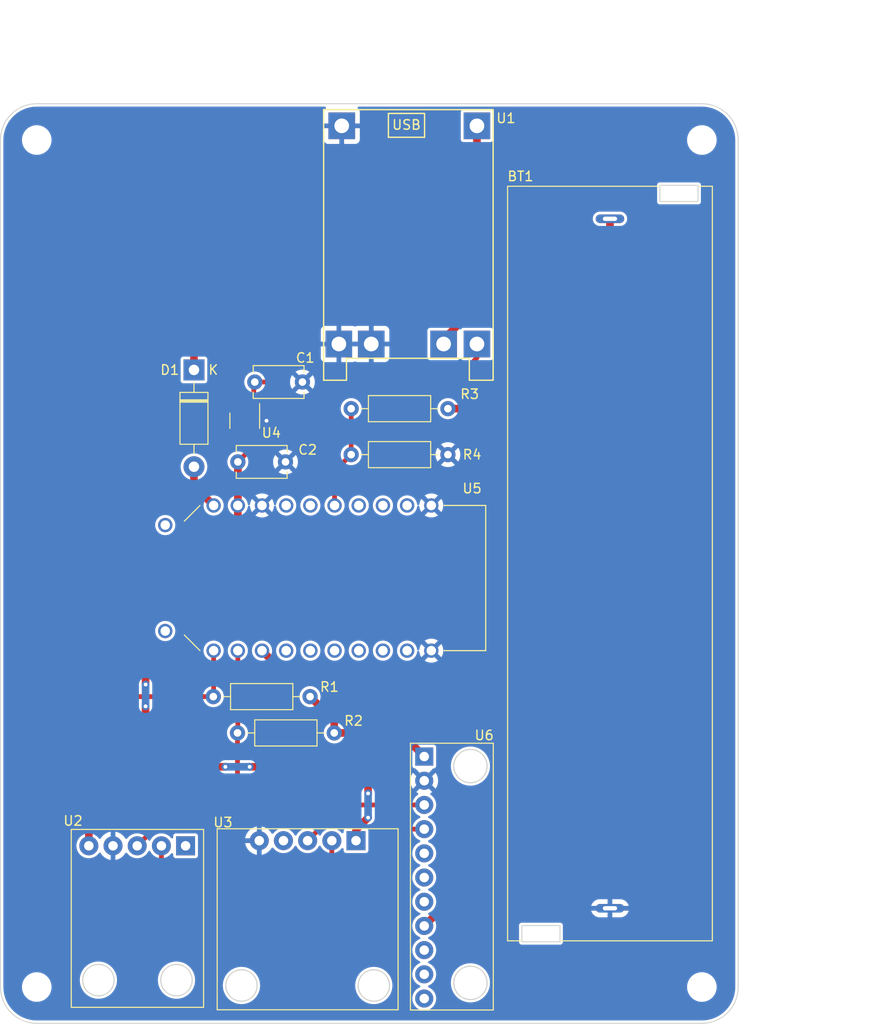
<source format=kicad_pcb>
(kicad_pcb (version 20211014) (generator pcbnew)
  (layers (0 "F.Cu" signal) (31 "B.Cu" power) (34 "B.Paste" user) (35 "F.Paste" user) (36 "B.SilkS" user "B.Silkscreen") (37 "F.SilkS" user "F.Silkscreen") (38 "B.Mask" user) (39 "F.Mask" user) (44 "Edge.Cuts" user))
  (net 0 "")
  (net 1 "VCC")
  (net 2 "GND")
  (net 3 "+3V0")
  (net 4 "Net-(D1-Pad1)")
  (net 5 "VBUS")
  (net 6 "/VBAT")
  (net 7 "/SDA")
  (net 8 "/SCL")
  (net 9 "Net-(R3-Pad2)")
  (net 15 "/INT1")
  (footprint "custom:MODULE_NRF52840-DONGLE" (layer "F.Cu") (at 111.76 99.314 180)
    (fp_text reference "U5" (at -21.59 9.398 180) (layer "F.SilkS"))
    (fp_text value "NRF52840-DONGLE")
    (fp_line (start -23.02 7.62) (end -18.65 7.62) (layer "F.SilkS") (width 0.127))
    (fp_line (start 6.985 7.62) (end 8.636 5.969) (layer "F.SilkS") (width 0.12))
    (fp_line (start -18.65 -7.62) (end -23.02 -7.62) (layer "F.SilkS") (width 0.127))
    (fp_line (start 6.985 -7.62) (end 8.636 -5.969) (layer "F.SilkS") (width 0.12))
    (fp_line (start -23.02 -7.62) (end -23.02 7.62) (layer "F.SilkS") (width 0.127))
    (pad "0.02" thru_hole circle (at -7.145 7.62 180) (size 1.508 1.508) (drill 1) (layers *.Cu *.Mask) (net 9 "Net-(R3-Pad2)"))
    (pad "0.09" thru_hole circle (at -12.225 -7.62 180) (size 1.508 1.508) (drill 1) (layers *.Cu *.Mask))
    (pad "0.10" thru_hole circle (at -14.765 -7.62 180) (size 1.508 1.508) (drill 1) (layers *.Cu *.Mask))
    (pad "0.13" thru_hole circle (at 5.555 -7.62 180) (size 1.508 1.508) (drill 1) (layers *.Cu *.Mask) (net 7 "/SDA"))
    (pad "0.15" thru_hole circle (at 3.015 -7.62 180) (size 1.508 1.508) (drill 1) (layers *.Cu *.Mask) (net 8 "/SCL"))
    (pad "0.17" thru_hole circle (at 0.475 -7.62 180) (size 1.508 1.508) (drill 1) (layers *.Cu *.Mask) (net 15 "/INT1"))
    (pad "0.20" thru_hole circle (at -2.065 -7.62 180) (size 1.508 1.508) (drill 1) (layers *.Cu *.Mask))
    (pad "0.22" thru_hole circle (at -4.605 -7.62 180) (size 1.508 1.508) (drill 1) (layers *.Cu *.Mask))
    (pad "0.24" thru_hole circle (at -7.145 -7.62 180) (size 1.508 1.508) (drill 1) (layers *.Cu *.Mask))
    (pad "0.29" thru_hole circle (at -4.605 7.62 180) (size 1.508 1.508) (drill 1) (layers *.Cu *.Mask))
    (pad "0.31" thru_hole circle (at -2.065 7.62 180) (size 1.508 1.508) (drill 1) (layers *.Cu *.Mask))
    (pad "1.00" thru_hole circle (at -9.685 -7.62 180) (size 1.508 1.508) (drill 1) (layers *.Cu *.Mask))
    (pad "1.10" thru_hole circle (at -14.765 7.62 180) (size 1.508 1.508) (drill 1) (layers *.Cu *.Mask))
    (pad "1.13" thru_hole circle (at -12.225 7.62 180) (size 1.508 1.508) (drill 1) (layers *.Cu *.Mask))
    (pad "1.15" thru_hole circle (at -9.685 7.62 180) (size 1.508 1.508) (drill 1) (layers *.Cu *.Mask))
    (pad "G1" thru_hole circle (at -17.305 -7.62 180) (size 1.508 1.508) (drill 1) (layers *.Cu *.Mask) (net 2 "GND"))
    (pad "G2" thru_hole circle (at -17.305 7.62 180) (size 1.508 1.508) (drill 1) (layers *.Cu *.Mask) (net 2 "GND"))
    (pad "G3" thru_hole circle (at 0.475 7.62 180) (size 1.508 1.508) (drill 1) (layers *.Cu *.Mask) (net 2 "GND"))
    (pad "OUT" thru_hole circle (at 3.015 7.62 180) (size 1.508 1.508) (drill 1) (layers *.Cu *.Mask) (net 3 "+3V0"))
    (pad "SWDCLK" thru_hole circle (at 10.635 5.56 180) (size 1.508 1.508) (drill 1) (layers *.Cu *.Mask))
    (pad "SWDIO" thru_hole circle (at 10.635 -5.56 180) (size 1.508 1.508) (drill 1) (layers *.Cu *.Mask))
    (pad "VBUS" thru_hole circle (at 5.555 7.62 180) (size 1.508 1.508) (drill 1) (layers *.Cu *.Mask) (net 5 "VBUS"))
  )
  (footprint "custom:TP4056-18650" (layer "F.Cu") (at 135.5585 50.1495 -90)
    (fp_text reference "U1" (at 0.9045 -1.3475 180) (layer "F.SilkS"))
    (fp_text value "TP4056")
    (fp_text user "USB" (at 1.6 9.1) (layer "F.SilkS"))
    (fp_line (start 28.4 15.4) (end 28.4 15.7) (layer "F.SilkS") (width 0.15))
    (fp_line (start 26.1 2.5) (end 26.1 15.4) (layer "F.SilkS") (width 0.15))
    (fp_line (start 2.9 11) (end 0.4 11) (layer "F.SilkS") (width 0.15))
    (fp_line (start 0.4 7.2) (end 2.9 7.2) (layer "F.SilkS") (width 0.15))
    (fp_line (start 28.4 17.8) (end 0 17.8) (layer "F.SilkS") (width 0.15))
    (fp_line (start 26.3 0) (end 28.4 0) (layer "F.SilkS") (width 0.15))
    (fp_line (start 0 0) (end 26.3 0) (layer "F.SilkS") (width 0.15))
    (fp_line (start 28.4 0) (end 28.4 2.5) (layer "F.SilkS") (width 0.15))
    (fp_line (start 28.4 2.5) (end 26.1 2.5) (layer "F.SilkS") (width 0.15))
    (fp_line (start 28.4 15.7) (end 28.4 17.8) (layer "F.SilkS") (width 0.15))
    (fp_line (start 2.9 7.2) (end 2.9 11) (layer "F.SilkS") (width 0.15))
    (fp_line (start 26.1 15.4) (end 26.4 15.4) (layer "F.SilkS") (width 0.15))
    (fp_line (start 0 17.8) (end 0 0) (layer "F.SilkS") (width 0.15))
    (fp_line (start 26.3 15.4) (end 28.4 15.4) (layer "F.SilkS") (width 0.15))
    (fp_line (start 0.4 11) (end 0.4 7.3) (layer "F.SilkS") (width 0.15))
    (pad "1" thru_hole rect (at 1.7 1.7 270) (size 2.8 2.8) (drill 1.54) (layers *.Cu *.Mask) (net 4 "Net-(D1-Pad1)"))
    (pad "2" thru_hole rect (at 1.7 15.9 270) (size 2.8 2.8) (drill 1.54) (layers *.Cu *.Mask) (net 2 "GND"))
    (pad "3" thru_hole rect (at 24.6 1.7 270) (size 2.8 2.8) (drill 1.54) (layers *.Cu *.Mask) (net 1 "VCC"))
    (pad "4" thru_hole rect (at 24.6 5.2 270) (size 2.8 2.8) (drill 1.54) (layers *.Cu *.Mask) (net 6 "/VBAT"))
    (pad "5" thru_hole rect (at 24.6 12.8 270) (size 2.8 2.8) (drill 1.54) (layers *.Cu *.Mask) (net 2 "GND"))
    (pad "6" thru_hole rect (at 24.6 16.2 270) (size 2.8 2.8) (drill 1.54) (layers *.Cu *.Mask) (net 2 "GND"))
  )
  (footprint "Resistor_THT:R_Axial_DIN0207_L6.3mm_D2.5mm_P10.16mm_Horizontal" (layer "F.Cu") (at 130.81 81.534 180)
    (fp_text reference "R3" (at -2.286 1.524 180) (layer "F.SilkS"))
    (fp_text value "100k")
    (fp_line (start 8.35 1.37) (end 8.35 -1.37) (layer "F.SilkS") (width 0.12))
    (fp_line (start 9.12 0) (end 8.35 0) (layer "F.SilkS") (width 0.12))
    (fp_line (start 1.81 1.37) (end 8.35 1.37) (layer "F.SilkS") (width 0.12))
    (fp_line (start 8.35 -1.37) (end 1.81 -1.37) (layer "F.SilkS") (width 0.12))
    (fp_line (start 1.81 -1.37) (end 1.81 1.37) (layer "F.SilkS") (width 0.12))
    (fp_line (start 1.04 0) (end 1.81 0) (layer "F.SilkS") (width 0.12))
    (pad "1" thru_hole circle (at 0 0 180) (size 1.6 1.6) (drill 0.8) (layers *.Cu *.Mask) (net 6 "/VBAT"))
    (pad "2" thru_hole oval (at 10.16 0 180) (size 1.6 1.6) (drill 0.8) (layers *.Cu *.Mask) (net 9 "Net-(R3-Pad2)"))
  )
  (footprint "Resistor_THT:R_Axial_DIN0207_L6.3mm_D2.5mm_P10.16mm_Horizontal" (layer "F.Cu") (at 108.712 115.57)
    (fp_text reference "R2" (at 12.192 -1.27) (layer "F.SilkS"))
    (fp_text value "4.7k")
    (fp_line (start 8.35 1.37) (end 8.35 -1.37) (layer "F.SilkS") (width 0.12))
    (fp_line (start 1.81 -1.37) (end 1.81 1.37) (layer "F.SilkS") (width 0.12))
    (fp_line (start 1.81 1.37) (end 8.35 1.37) (layer "F.SilkS") (width 0.12))
    (fp_line (start 9.12 0) (end 8.35 0) (layer "F.SilkS") (width 0.12))
    (fp_line (start 8.35 -1.37) (end 1.81 -1.37) (layer "F.SilkS") (width 0.12))
    (fp_line (start 1.04 0) (end 1.81 0) (layer "F.SilkS") (width 0.12))
    (pad "1" thru_hole circle (at 0 0) (size 1.6 1.6) (drill 0.8) (layers *.Cu *.Mask) (net 8 "/SCL"))
    (pad "2" thru_hole oval (at 10.16 0) (size 1.6 1.6) (drill 0.8) (layers *.Cu *.Mask) (net 3 "+3V0"))
  )
  (footprint "custom:BH1750" (layer "F.Cu") (at 105.153 144.3675 180)
    (fp_text reference "U2" (at 13.713 19.569 unlocked) (layer "F.SilkS"))
    (fp_text value "BH1750")
    (fp_line (start 0 0) (end 0 18.669) (layer "F.SilkS") (width 0.12))
    (fp_line (start 13.9 0) (end 13.9 18.669) (layer "F.SilkS") (width 0.12))
    (fp_line (start 0 0) (end 13.9 0) (layer "F.SilkS") (width 0.12))
    (fp_line (start 0 18.669) (end 13.9 18.669) (layer "F.SilkS") (width 0.12))
    (fp_circle (center 11.05 2.85) (end 12.7 2.85) (layer "Edge.Cuts") (width 0.12) (fill none))
    (fp_circle (center 2.85 2.85) (end 4.5 2.85) (layer "Edge.Cuts") (width 0.12) (fill none))
    (pad "1" thru_hole rect (at 1.893 16.95 270) (size 2 2) (drill 1) (layers *.Cu *.Mask))
    (pad "2" thru_hole oval (at 4.433 16.95 270) (size 2 2) (drill 1) (layers *.Cu *.Mask) (net 7 "/SDA"))
    (pad "3" thru_hole oval (at 6.973 16.95 270) (size 2 2) (drill 1) (layers *.Cu *.Mask) (net 8 "/SCL"))
    (pad "4" thru_hole oval (at 9.513 16.95 270) (size 2 2) (drill 1) (layers *.Cu *.Mask) (net 2 "GND"))
    (pad "5" thru_hole oval (at 12.053 16.95 270) (size 2 2) (drill 1) (layers *.Cu *.Mask) (net 3 "+3V0"))
  )
  (footprint "MountingHole:MountingHole_2.5mm" (layer "F.Cu") (at 157.48 53.34)
    (fp_text reference "H2" hide)
    (fp_text value "MountingHole" hide)
    (pad "" np_thru_hole circle (at 0 0) (size 2.5 2.5) (drill 2.5) (layers *.Cu *.Mask))
  )
  (footprint "MountingHole:MountingHole_2.5mm" (layer "F.Cu") (at 87.63 142.24)
    (fp_text reference "H4" hide)
    (fp_text value "MountingHole" hide)
    (pad "" np_thru_hole circle (at 0 0) (size 2.5 2.5) (drill 2.5) (layers *.Cu *.Mask))
  )
  (footprint "Resistor_THT:R_Axial_DIN0207_L6.3mm_D2.5mm_P10.16mm_Horizontal" (layer "F.Cu") (at 130.81 86.36 180)
    (fp_text reference "R4" (at -2.54 0 180) (layer "F.SilkS"))
    (fp_text value "100k")
    (fp_line (start 9.12 0) (end 8.35 0) (layer "F.SilkS") (width 0.12))
    (fp_line (start 1.04 0) (end 1.81 0) (layer "F.SilkS") (width 0.12))
    (fp_line (start 8.35 -1.37) (end 1.81 -1.37) (layer "F.SilkS") (width 0.12))
    (fp_line (start 8.35 1.37) (end 8.35 -1.37) (layer "F.SilkS") (width 0.12))
    (fp_line (start 1.81 1.37) (end 8.35 1.37) (layer "F.SilkS") (width 0.12))
    (fp_line (start 1.81 -1.37) (end 1.81 1.37) (layer "F.SilkS") (width 0.12))
    (pad "1" thru_hole circle (at 0 0 180) (size 1.6 1.6) (drill 0.8) (layers *.Cu *.Mask) (net 2 "GND"))
    (pad "2" thru_hole oval (at 10.16 0 180) (size 1.6 1.6) (drill 0.8) (layers *.Cu *.Mask) (net 9 "Net-(R3-Pad2)"))
  )
  (footprint "Package_TO_SOT_SMD:SOT-23-5" (layer "F.Cu") (at 109.474 82.804 -90)
    (fp_text reference "U4" (at 1.27 -2.794 -180) (layer "F.SilkS"))
    (fp_text value "BU30TD3WG")
    (fp_line (start 0 -1.56) (end -1.8 -1.56) (layer "F.SilkS") (width 0.12))
    (fp_line (start 0 1.56) (end -0.8 1.56) (layer "F.SilkS") (width 0.12))
    (fp_line (start 0 -1.56) (end 0.8 -1.56) (layer "F.SilkS") (width 0.12))
    (fp_line (start 0 1.56) (end 0.8 1.56) (layer "F.SilkS") (width 0.12))
    (pad "1" smd roundrect (at -1.1375 -0.95 270) (size 1.325 0.6) (layers "F.Cu" "F.Paste" "F.Mask") (net 1 "VCC"))
    (pad "2" smd roundrect (at -1.1375 0 270) (size 1.325 0.6) (layers "F.Cu" "F.Paste" "F.Mask") (net 2 "GND"))
    (pad "3" smd roundrect (at -1.1375 0.95 270) (size 1.325 0.6) (layers "F.Cu" "F.Paste" "F.Mask") (net 1 "VCC"))
    (pad "4" smd roundrect (at 1.1375 0.95 270) (size 1.325 0.6) (layers "F.Cu" "F.Paste" "F.Mask"))
    (pad "5" smd roundrect (at 1.1375 -0.95 270) (size 1.325 0.6) (layers "F.Cu" "F.Paste" "F.Mask") (net 3 "+3V0"))
  )
  (footprint "custom:BME688" (layer "F.Cu") (at 116.078 135.128 180)
    (fp_text reference "U3" (at 8.89 10.16 unlocked) (layer "F.SilkS"))
    (fp_text value "BME688")
    (fp_line (start -9.5 -9.5) (end -9.5 9.5) (layer "F.SilkS") (width 0.12))
    (fp_line (start -9.5 9.5) (end 9.5 9.5) (layer "F.SilkS") (width 0.12))
    (fp_line (start -9.5 -9.5) (end 9.5 -9.5) (layer "F.SilkS") (width 0.12))
    (fp_line (start 9.5 -9.5) (end 9.5 9.5) (layer "F.SilkS") (width 0.12))
    (fp_circle (center 6.95 -6.95) (end 8.6 -6.95) (layer "Edge.Cuts") (width 0.12) (fill none))
    (fp_circle (center -6.95 -6.95) (end -5.3 -6.95) (layer "Edge.Cuts") (width 0.12) (fill none))
    (pad "1" thru_hole rect (at -5.08 8.25 270) (size 2 2) (drill 1) (layers *.Cu *.Mask) (net 3 "+3V0"))
    (pad "2" thru_hole oval (at -2.54 8.25 270) (size 2 2) (drill 1) (layers *.Cu *.Mask) (net 7 "/SDA"))
    (pad "3" thru_hole oval (at 0 8.25 270) (size 2 2) (drill 1) (layers *.Cu *.Mask) (net 8 "/SCL"))
    (pad "4" thru_hole oval (at 2.54 8.25 270) (size 2 2) (drill 1) (layers *.Cu *.Mask))
    (pad "5" thru_hole oval (at 5.08 8.25 270) (size 2 2) (drill 1) (layers *.Cu *.Mask) (net 2 "GND"))
  )
  (footprint "custom:KLS5-18650-005" (layer "F.Cu") (at 147.828 97.79 -90)
    (fp_text reference "BT1" (at -40.64 9.398 unlocked) (layer "F.SilkS"))
    (fp_text value "3.7V Li-ion")
    (fp_line (start -39.6 -10.75) (end 39.6 -10.75) (layer "F.SilkS") (width 0.12))
    (fp_line (start -39.6 10.75) (end 39.6 10.75) (layer "F.SilkS") (width 0.12))
    (fp_line (start 39.6 -10.75) (end 39.6 5.08) (layer "F.SilkS") (width 0.12))
    (fp_line (start -39.5986 -5.0546) (end -39.6 10.75) (layer "F.SilkS") (width 0.12))
    (fp_line (start -39.6 -10.75) (end -39.5986 -9.4234) (layer "F.SilkS") (width 0.12))
    (fp_line (start 39.6 9.398) (end 39.6 10.75) (layer "F.SilkS") (width 0.12))
    (fp_rect (start 39.7 9.25) (end 38 5.25) (layer "Edge.Cuts") (width 0.1) (fill none))
    (fp_rect (start -39.7 -9.25) (end -38 -5.25) (layer "Edge.Cuts") (width 0.1) (fill none))
    (pad "1" thru_hole oval (at -36.185 0 270) (size 0.9 3) (drill oval 0.45 1.5) (layers *.Cu *.Mask) (net 6 "/VBAT"))
    (pad "2" thru_hole oval (at 36.185 0 270) (size 0.9 3) (drill oval 0.45 1.5) (layers *.Cu *.Mask) (net 2 "GND"))
  )
  (footprint "Diode_THT:D_DO-41_SOD81_P10.16mm_Horizontal" (layer "F.Cu") (at 104.14 77.47 -90)
    (fp_text reference "D1" (at 0 2.54 180) (layer "F.SilkS"))
    (fp_text value "1N5817")
    (fp_text user "K" (at 0 -2.032 180) (layer "F.SilkS"))
    (fp_line (start 1.34 0) (end 2.36 0) (layer "F.SilkS") (width 0.12))
    (fp_line (start 7.8 1.47) (end 7.8 -1.47) (layer "F.SilkS") (width 0.12))
    (fp_line (start 3.14 -1.47) (end 3.14 1.47) (layer "F.SilkS") (width 0.12))
    (fp_line (start 2.36 -1.47) (end 2.36 1.47) (layer "F.SilkS") (width 0.12))
    (fp_line (start 3.38 -1.47) (end 3.38 1.47) (layer "F.SilkS") (width 0.12))
    (fp_line (start 3.26 -1.47) (end 3.26 1.47) (layer "F.SilkS") (width 0.12))
    (fp_line (start 2.36 1.47) (end 7.8 1.47) (layer "F.SilkS") (width 0.12))
    (fp_line (start 8.82 0) (end 7.8 0) (layer "F.SilkS") (width 0.12))
    (fp_line (start 7.8 -1.47) (end 2.36 -1.47) (layer "F.SilkS") (width 0.12))
    (pad "1" thru_hole rect (at 0 0 270) (size 2.2 2.2) (drill 1.1) (layers *.Cu *.Mask) (net 4 "Net-(D1-Pad1)"))
    (pad "2" thru_hole oval (at 10.16 0 270) (size 2.2 2.2) (drill 1.1) (layers *.Cu *.Mask) (net 5 "VBUS"))
  )
  (footprint "Capacitor_THT:C_Disc_D5.1mm_W3.2mm_P5.00mm" (layer "F.Cu") (at 108.752 87.122)
    (fp_text reference "C2" (at 7.326 -1.27 180) (layer "F.SilkS"))
    (fp_text value "1u")
    (fp_line (start -0.17 -1.721) (end 5.17 -1.721) (layer "F.SilkS") (width 0.12))
    (fp_line (start -0.17 1.055) (end -0.17 1.721) (layer "F.SilkS") (width 0.12))
    (fp_line (start -0.17 -1.721) (end -0.17 -1.055) (layer "F.SilkS") (width 0.12))
    (fp_line (start 5.17 1.055) (end 5.17 1.721) (layer "F.SilkS") (width 0.12))
    (fp_line (start -0.17 1.721) (end 5.17 1.721) (layer "F.SilkS") (width 0.12))
    (fp_line (start 5.17 -1.721) (end 5.17 -1.055) (layer "F.SilkS") (width 0.12))
    (pad "1" thru_hole circle (at 0 0) (size 1.6 1.6) (drill 0.8) (layers *.Cu *.Mask) (net 3 "+3V0"))
    (pad "2" thru_hole circle (at 5 0) (size 1.6 1.6) (drill 0.8) (layers *.Cu *.Mask) (net 2 "GND"))
  )
  (footprint "Resistor_THT:R_Axial_DIN0207_L6.3mm_D2.5mm_P10.16mm_Horizontal" (layer "F.Cu") (at 116.332 111.76 180)
    (fp_text reference "R1" (at -2.032 1.016) (layer "F.SilkS"))
    (fp_text value "4.7k")
    (fp_line (start 8.35 -1.37) (end 1.81 -1.37) (layer "F.SilkS") (width 0.12))
    (fp_line (start 9.12 0) (end 8.35 0) (layer "F.SilkS") (width 0.12))
    (fp_line (start 1.81 -1.37) (end 1.81 1.37) (layer "F.SilkS") (width 0.12))
    (fp_line (start 8.35 1.37) (end 8.35 -1.37) (layer "F.SilkS") (width 0.12))
    (fp_line (start 1.81 1.37) (end 8.35 1.37) (layer "F.SilkS") (width 0.12))
    (fp_line (start 1.04 0) (end 1.81 0) (layer "F.SilkS") (width 0.12))
    (pad "1" thru_hole circle (at 0 0 180) (size 1.6 1.6) (drill 0.8) (layers *.Cu *.Mask) (net 3 "+3V0"))
    (pad "2" thru_hole oval (at 10.16 0 180) (size 1.6 1.6) (drill 0.8) (layers *.Cu *.Mask) (net 7 "/SDA"))
  )
  (footprint "Capacitor_THT:C_Disc_D5.1mm_W3.2mm_P5.00mm" (layer "F.Cu") (at 110.53 78.74)
    (fp_text reference "C1" (at 5.294 -2.54 180) (layer "F.SilkS"))
    (fp_text value "1u")
    (fp_line (start -0.17 1.721) (end 5.17 1.721) (layer "F.SilkS") (width 0.12))
    (fp_line (start 5.17 -1.721) (end 5.17 -1.055) (layer "F.SilkS") (width 0.12))
    (fp_line (start -0.17 -1.721) (end 5.17 -1.721) (layer "F.SilkS") (width 0.12))
    (fp_line (start -0.17 -1.721) (end -0.17 -1.055) (layer "F.SilkS") (width 0.12))
    (fp_line (start 5.17 1.055) (end 5.17 1.721) (layer "F.SilkS") (width 0.12))
    (fp_line (start -0.17 1.055) (end -0.17 1.721) (layer "F.SilkS") (width 0.12))
    (pad "1" thru_hole circle (at 0 0) (size 1.6 1.6) (drill 0.8) (layers *.Cu *.Mask) (net 1 "VCC"))
    (pad "2" thru_hole circle (at 5 0) (size 1.6 1.6) (drill 0.8) (layers *.Cu *.Mask) (net 2 "GND"))
  )
  (footprint "MountingHole:MountingHole_2.5mm" (layer "F.Cu") (at 87.63 53.34)
    (fp_text reference "H1" hide)
    (fp_text value "MountingHole" hide)
    (pad "" np_thru_hole circle (at 0 0) (size 2.5 2.5) (drill 2.5) (layers *.Cu *.Mask))
  )
  (footprint "MountingHole:MountingHole_2.5mm" (layer "F.Cu") (at 157.48 142.24)
    (fp_text reference "H3" hide)
    (fp_text value "MountingHole" hide)
    (pad "" np_thru_hole circle (at 0 0) (size 2.5 2.5) (drill 2.5) (layers *.Cu *.Mask))
  )
  (footprint "custom:LIS3DH" (layer "F.Cu") (at 135.573 116.651 -90)
    (fp_text reference "U6" (at -0.827 0.953 unlocked) (layer "F.SilkS"))
    (fp_text value "LIS3DH")
    (fp_line (start 0 8.7) (end 28 8.7) (layer "F.SilkS") (width 0.12))
    (fp_line (start 28 8.7) (end 28 0) (layer "F.SilkS") (width 0.12))
    (fp_line (start 0 0) (end 0 8.7) (layer "F.SilkS") (width 0.12))
    (fp_line (start 0 0) (end 28 0) (layer "F.SilkS") (width 0.12))
    (fp_circle (center 2.4 2.4) (end 4.15 2.4) (layer "Edge.Cuts") (width 0.12) (fill none))
    (fp_circle (center 25.15 2.4) (end 26.9 2.4) (layer "Edge.Cuts") (width 0.12) (fill none))
    (pad "1" thru_hole rect (at 1.397 7.25) (size 1.9 1.9) (drill 1) (layers *.Cu *.Mask) (net 3 "+3V0"))
    (pad "2" thru_hole circle (at 3.937 7.25) (size 1.9 1.9) (drill 1) (layers *.Cu *.Mask) (net 2 "GND"))
    (pad "3" thru_hole circle (at 6.477 7.25) (size 1.9 1.9) (drill 1) (layers *.Cu *.Mask) (net 8 "/SCL"))
    (pad "4" thru_hole circle (at 9.017 7.25) (size 1.9 1.9) (drill 1) (layers *.Cu *.Mask) (net 7 "/SDA"))
    (pad "5" thru_hole circle (at 11.557 7.25) (size 1.9 1.9) (drill 1) (layers *.Cu *.Mask))
    (pad "6" thru_hole circle (at 14.097 7.25) (size 1.9 1.9) (drill 1) (layers *.Cu *.Mask))
    (pad "7" thru_hole circle (at 16.637 7.25) (size 1.9 1.9) (drill 1) (layers *.Cu *.Mask))
    (pad "8" thru_hole circle (at 19.177 7.25) (size 1.9 1.9) (drill 1) (layers *.Cu *.Mask) (net 15 "/INT1"))
    (pad "9" thru_hole circle (at 21.717 7.25) (size 1.9 1.9) (drill 1) (layers *.Cu *.Mask))
    (pad "10" thru_hole circle (at 24.257 7.25) (size 1.9 1.9) (drill 1) (layers *.Cu *.Mask))
    (pad "11" thru_hole circle (at 26.797 7.25) (size 1.9 1.9) (drill 1) (layers *.Cu *.Mask))
  )
  (gr_line (start 161.29 53.34) (end 161.29 142.24) (layer "Edge.Cuts") (width 0.1))
  (gr_line (start 157.48 146.05) (end 87.63 146.05) (layer "Edge.Cuts") (width 0.1))
  (gr_arc (start 157.48 49.53) (mid 160.174077 50.645923) (end 161.29 53.34) (layer "Edge.Cuts") (width 0.1))
  (gr_line (start 83.82 53.34) (end 83.82 142.24) (layer "Edge.Cuts") (width 0.1))
  (gr_arc (start 83.82 53.34) (mid 84.935923 50.645923) (end 87.63 49.53) (layer "Edge.Cuts") (width 0.1))
  (gr_line (start 157.48 49.53) (end 87.63 49.53) (layer "Edge.Cuts") (width 0.1))
  (gr_arc (start 87.63 146.05) (mid 84.935923 144.934077) (end 83.82 142.24) (layer "Edge.Cuts") (width 0.1))
  (gr_arc (start 161.29 142.24) (mid 160.174077 144.934077) (end 157.48 146.05) (layer "Edge.Cuts") (width 0.1))
  (segment (start 114.046 80.772) (end 118.364 80.772) (width 0.5) (layer "F.Cu") (net 1))
  (segment (start 112.014 78.74) (end 114.046 80.772) (width 0.5) (layer "F.Cu") (net 1))
  (segment (start 133.8585 76.1995) (end 133.8585 74.7495) (width 0.5) (layer "F.Cu") (net 1))
  (segment (start 121.412 77.724) (end 132.334 77.724) (width 0.5) (layer "F.Cu") (net 1))
  (segment (start 108.524 81.105472) (end 109.553472 80.076) (width 0.5) (layer "F.Cu") (net 1))
  (segment (start 132.334 77.724) (end 133.8585 76.1995) (width 0.5) (layer "F.Cu") (net 1))
  (segment (start 109.553472 80.076) (end 110.424 80.076) (width 0.5) (layer "F.Cu") (net 1))
  (segment (start 108.524 81.6665) (end 108.524 81.105472) (width 0.5) (layer "F.Cu") (net 1))
  (segment (start 110.53 78.74) (end 112.014 78.74) (width 0.5) (layer "F.Cu") (net 1))
  (segment (start 110.424 78.846) (end 110.53 78.74) (width 0.5) (layer "F.Cu") (net 1))
  (segment (start 118.364 80.772) (end 121.412 77.724) (width 0.5) (layer "F.Cu") (net 1))
  (segment (start 110.424 81.6665) (end 110.424 80.076) (width 0.5) (layer "F.Cu") (net 1))
  (segment (start 110.424 80.076) (end 110.424 78.846) (width 0.5) (layer "F.Cu") (net 1))
  (segment (start 109.474 82.296) (end 109.982 82.804) (width 0.5) (layer "F.Cu") (net 2))
  (segment (start 109.474 81.6665) (end 109.474 82.296) (width 0.5) (layer "F.Cu") (net 2))
  (segment (start 109.982 82.804) (end 111.76 82.804) (width 0.5) (layer "F.Cu") (net 2))
  (via (at 111.76 82.804) (size 0.8) (drill 0.4) (layers "F.Cu" "B.Cu") (net 2))
  (segment (start 99.06 112.776) (end 99.06 118.11) (width 0.8) (layer "F.Cu") (net 3))
  (segment (start 120.904 119.126) (end 122.428 120.65) (width 0.8) (layer "F.Cu") (net 3))
  (segment (start 108.752 87.122) (end 108.752 91.687) (width 0.8) (layer "F.Cu") (net 3))
  (segment (start 99.06 110.49) (end 99.06 98.044) (width 0.8) (layer "F.Cu") (net 3))
  (segment (start 121.158 115.57) (end 125.845 115.57) (width 0.8) (layer "F.Cu") (net 3))
  (segment (start 118.872 114.3) (end 116.332 111.76) (width 0.8) (layer "F.Cu") (net 3))
  (segment (start 122.428 124.46) (end 121.158 125.73) (width 0.8) (layer "F.Cu") (net 3))
  (segment (start 110.424 85.45) (end 108.752 87.122) (width 0.5) (layer "F.Cu") (net 3))
  (segment (start 122.428 120.65) (end 122.428 116.84) (width 0.8) (layer "F.Cu") (net 3))
  (segment (start 105.664 96.012) (end 108.745 92.931) (width 0.8) (layer "F.Cu") (net 3))
  (segment (start 93.1 127.4175) (end 93.1 124.07) (width 0.8) (layer "F.Cu") (net 3))
  (segment (start 108.745 92.931) (end 108.745 91.694) (width 0.8) (layer "F.Cu") (net 3))
  (segment (start 101.092 96.012) (end 105.664 96.012) (width 0.8) (layer "F.Cu") (net 3))
  (segment (start 118.872 115.57) (end 118.872 114.3) (width 0.8) (layer "F.Cu") (net 3))
  (segment (start 110.424 83.9415) (end 110.424 85.45) (width 0.5) (layer "F.Cu") (net 3))
  (segment (start 98.044 119.126) (end 107.442 119.126) (width 0.8) (layer "F.Cu") (net 3))
  (segment (start 118.872 115.57) (end 121.158 115.57) (width 0.8) (layer "F.Cu") (net 3))
  (segment (start 122.428 116.84) (end 121.158 115.57) (width 0.8) (layer "F.Cu") (net 3))
  (segment (start 122.428 121.92) (end 122.428 120.65) (width 0.8) (layer "F.Cu") (net 3))
  (segment (start 99.06 118.11) (end 98.044 119.126) (width 0.8) (layer "F.Cu") (net 3))
  (segment (start 125.845 115.57) (end 128.323 118.048) (width 0.8) (layer "F.Cu") (net 3))
  (segment (start 121.158 125.73) (end 121.158 126.878) (width 0.8) (layer "F.Cu") (net 3))
  (segment (start 109.982 119.126) (end 120.904 119.126) (width 0.8) (layer "F.Cu") (net 3))
  (segment (start 99.06 98.044) (end 101.092 96.012) (width 0.8) (layer "F.Cu") (net 3))
  (segment (start 93.1 124.07) (end 98.044 119.126) (width 0.8) (layer "F.Cu") (net 3))
  (segment (start 108.752 91.687) (end 108.745 91.694) (width 0.8) (layer "F.Cu") (net 3))
  (via (at 122.428 124.46) (size 0.8) (drill 0.4) (layers "F.Cu" "B.Cu") (net 3))
  (via (at 122.428 121.92) (size 0.8) (drill 0.4) (layers "F.Cu" "B.Cu") (net 3))
  (via (at 99.06 112.776) (size 0.8) (drill 0.4) (layers "F.Cu" "B.Cu") (net 3))
  (via (at 99.06 110.49) (size 0.8) (drill 0.4) (layers "F.Cu" "B.Cu") (net 3))
  (via (at 107.442 119.126) (size 0.8) (drill 0.4) (layers "F.Cu" "B.Cu") (net 3))
  (via (at 109.982 119.126) (size 0.8) (drill 0.4) (layers "F.Cu" "B.Cu") (net 3))
  (segment (start 122.428 124.46) (end 122.428 121.92) (width 0.8) (layer "B.Cu") (net 3))
  (segment (start 99.06 110.49) (end 99.06 112.776) (width 0.8) (layer "B.Cu") (net 3))
  (segment (start 107.442 119.126) (end 109.982 119.126) (width 0.8) (layer "B.Cu") (net 3))
  (segment (start 107.696 71.882) (end 130.556 71.882) (width 0.8) (layer "F.Cu") (net 4))
  (segment (start 130.556 71.882) (end 133.8585 68.5795) (width 0.8) (layer "F.Cu") (net 4))
  (segment (start 104.14 75.438) (end 107.696 71.882) (width 0.8) (layer "F.Cu") (net 4))
  (segment (start 133.8585 68.5795) (end 133.8585 51.8495) (width 0.8) (layer "F.Cu") (net 4))
  (segment (start 104.14 77.47) (end 104.14 75.438) (width 0.8) (layer "F.Cu") (net 4))
  (segment (start 104.14 87.63) (end 104.14 89.629) (width 0.8) (layer "F.Cu") (net 5))
  (segment (start 104.14 89.629) (end 106.205 91.694) (width 0.8) (layer "F.Cu") (net 5))
  (segment (start 138.43 71.628) (end 140.208 71.628) (width 0.8) (layer "F.Cu") (net 6))
  (segment (start 146.304 71.628) (end 147.828 70.104) (width 0.8) (layer "F.Cu") (net 6))
  (segment (start 135.89 81.534) (end 136.652 80.772) (width 0.8) (layer "F.Cu") (net 6))
  (segment (start 147.828 61.605) (end 147.828 70.104) (width 0.8) (layer "F.Cu") (net 6))
  (segment (start 130.3585 74.7495) (end 130.3585 74.2495) (width 0.8) (layer "F.Cu") (net 6))
  (segment (start 130.81 81.534) (end 135.89 81.534) (width 0.8) (layer "F.Cu") (net 6))
  (segment (start 136.652 73.406) (end 138.43 71.628) (width 0.8) (layer "F.Cu") (net 6))
  (segment (start 130.3585 74.2495) (end 132.98 71.628) (width 0.8) (layer "F.Cu") (net 6))
  (segment (start 136.652 80.772) (end 136.652 73.406) (width 0.8) (layer "F.Cu") (net 6))
  (segment (start 140.208 71.628) (end 146.304 71.628) (width 0.8) (layer "F.Cu") (net 6))
  (segment (start 132.98 71.628) (end 140.208 71.628) (width 0.8) (layer "F.Cu") (net 6))
  (segment (start 123.19 129.54) (end 124.714 128.016) (width 0.5) (layer "F.Cu") (net 7))
  (segment (start 106.205 106.934) (end 106.205 111.727) (width 0.5) (layer "F.Cu") (net 7))
  (segment (start 118.618 126.878) (end 118.618 128.292213) (width 0.5) (layer "F.Cu") (net 7))
  (segment (start 118.618 128.292213) (end 119.865787 129.54) (width 0.5) (layer "F.Cu") (net 7))
  (segment (start 89.916 113.284) (end 89.916 127.508) (width 0.5) (layer "F.Cu") (net 7))
  (segment (start 125.03 125.668) (end 128.323 125.668) (width 0.5) (layer "F.Cu") (net 7))
  (segment (start 106.172 111.76) (end 91.44 111.76) (width 0.5) (layer "F.Cu") (net 7))
  (segment (start 91.44 111.76) (end 89.916 113.284) (width 0.5) (layer "F.Cu") (net 7))
  (segment (start 119.865787 129.54) (end 123.19 129.54) (width 0.5) (layer "F.Cu") (net 7))
  (segment (start 100.72 128.831713) (end 101.428287 129.54) (width 0.5) (layer "F.Cu") (net 7))
  (segment (start 106.205 111.727) (end 106.172 111.76) (width 0.8) (layer "F.Cu") (net 7))
  (segment (start 124.714 125.984) (end 125.03 125.668) (width 0.5) (layer "F.Cu") (net 7))
  (segment (start 124.714 128.016) (end 124.714 125.984) (width 0.5) (layer "F.Cu") (net 7))
  (segment (start 100.72 127.4175) (end 100.72 128.831713) (width 0.5) (layer "F.Cu") (net 7))
  (segment (start 101.428287 129.54) (end 119.865787 129.54) (width 0.5) (layer "F.Cu") (net 7))
  (segment (start 91.948 129.54) (end 101.428287 129.54) (width 0.5) (layer "F.Cu") (net 7))
  (segment (start 89.916 127.508) (end 91.948 129.54) (width 0.5) (layer "F.Cu") (net 7))
  (segment (start 106.872 123.128) (end 102.4695 123.128) (width 0.5) (layer "F.Cu") (net 8))
  (segment (start 108.712 115.57) (end 108.712 121.288) (width 0.5) (layer "F.Cu") (net 8))
  (segment (start 119.828 123.128) (end 106.872 123.128) (width 0.5) (layer "F.Cu") (net 8))
  (segment (start 108.712 121.288) (end 106.872 123.128) (width 0.5) (layer "F.Cu") (net 8))
  (segment (start 108.745 106.934) (end 108.745 115.537) (width 0.5) (layer "F.Cu") (net 8))
  (segment (start 108.745 115.537) (end 108.712 115.57) (width 0.8) (layer "F.Cu") (net 8))
  (segment (start 119.828 123.128) (end 116.078 126.878) (width 0.5) (layer "F.Cu") (net 8))
  (segment (start 128.323 123.128) (end 119.828 123.128) (width 0.5) (layer "F.Cu") (net 8))
  (segment (start 102.4695 123.128) (end 98.18 127.4175) (width 0.5) (layer "F.Cu") (net 8))
  (segment (start 120.65 86.36) (end 118.905 88.105) (width 0.5) (layer "F.Cu") (net 9))
  (segment (start 118.905 91.694) (end 118.905 88.105) (width 0.5) (layer "F.Cu") (net 9))
  (segment (start 120.65 86.36) (end 120.65 81.534) (width 0.5) (layer "F.Cu") (net 9))
  (segment (start 130.556 133.595) (end 130.556 115.824) (width 0.8) (layer "F.Cu") (net 15))
  (segment (start 128.323 135.828) (end 130.556 133.595) (width 0.8) (layer "F.Cu") (net 15))
  (segment (start 123.952 109.22) (end 113.571 109.22) (width 0.8) (layer "F.Cu") (net 15))
  (segment (start 113.571 109.22) (end 111.285 106.934) (width 0.8) (layer "F.Cu") (net 15))
  (segment (start 130.556 115.824) (end 123.952 109.22) (width 0.8) (layer "F.Cu") (net 15))
  (zone (net 2) (net_name "GND") (layer "B.Cu") (connect_pads (clearance 0.3)) (min_thickness 0.25) (fill yes (thermal_gap 0.5) (thermal_bridge_width 0.5))
    (polygon (pts (xy 161.29 146.05) (xy 83.82 146.05) (xy 83.82 49.53) (xy 161.29 49.53)))
  )
)
</source>
